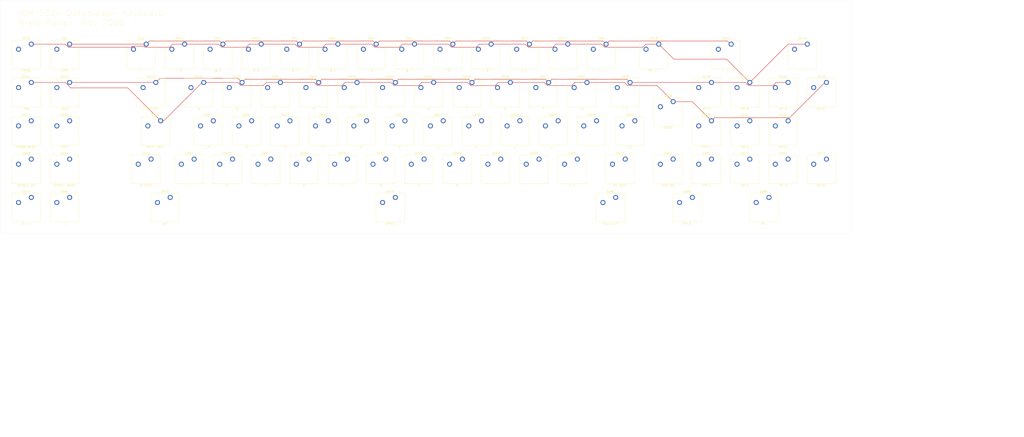
<source format=kicad_pcb>
(kicad_pcb (version 20241229) (generator "pcbnew") (generator_version "9.0")
  (title_block (title "IBM 5324 Datamaster Keyboard Replacement") (date "27/NOV/2025") (rev "WIP") (company "Brett Hallen") (comment 1 "www.youtube.com/@Brfff"))
  (layers (0 "F.Cu" signal) (2 "B.Cu" signal) (13 "F.Paste" user) (15 "B.Paste" user) (5 "F.SilkS" user "F.Silkscreen") (7 "B.SilkS" user "B.Silkscreen") (1 "F.Mask" user) (3 "B.Mask" user) (25 "Edge.Cuts" user))
  (net 0 "")
  (net 1 "Col_A")
  (net 2 "Row_1")
  (net 3 "Col_B")
  (net 4 "Col_C")
  (net 5 "Col_D")
  (net 6 "Col_E")
  (net 7 "Col_F")
  (net 8 "Col_G")
  (net 9 "Col_H")
  (net 10 "Row_2")
  (net 11 "Col_J")
  (net 12 "Col_I")
  (net 13 "Col_K")
  (net 14 "Row_3")
  (net 15 "Row_4")
  (net 16 "Row_5")
  (net 17 "Row_6")
  (footprint "PCM_Switch_Keyboard_Cherry_MX:SW_Cherry_MX_PCB" (layer "F.Cu") (at 358.47265 214.6302)
    (property "Reference" "SW37")
    (property "Value" "! ¢")
  )
  (footprint "PCM_Switch_Keyboard_Cherry_MX:SW_Cherry_MX_PCB" (layer "F.Cu") (at 82.24765 252.7302)
    (property "Reference" "SW58")
    (property "Value" "SCROLL UP")
  )
  (footprint "PCM_Switch_Keyboard_Cherry_MX:SW_Cherry_MX_PCB" (layer "F.Cu") (at 253.69765 195.5802)
    (property "Reference" "SW5")
    (property "Value" "^ 6")
  )
  (footprint "PCM_Switch_Keyboard_Cherry_MX:SW_Cherry_MX_PCB_2.00u_90deg" (layer "F.Cu") (at 401.34185 224.1558)
    (property "Reference" "SW38")
    (property "Value" "ENTER")
  )
  (footprint "PCM_Switch_Keyboard_Cherry_MX:SW_Cherry_MX_PCB" (layer "F.Cu") (at 172.73515 233.6802)
    (property "Reference" "SW44")
    (property "Value" "A")
  )
  (footprint "PCM_Switch_Keyboard_Cherry_MX:SW_Cherry_MX_PCB_1.75u" (layer "F.Cu") (at 430.16765 195.5802)
    (property "Reference" "SW15")
    (property "Value" "* +")
  )
  (footprint "PCM_Switch_Keyboard_Cherry_MX:SW_Cherry_MX_PCB" (layer "F.Cu") (at 196.54765 195.5802)
    (property "Reference" "SW12")
    (property "Value" "# 3")
  )
  (footprint "PCM_Switch_Keyboard_Cherry_MX:SW_Cherry_MX_PCB_1.75u" (layer "F.Cu") (at 146.54275 233.681)
    (property "Reference" "SW32")
    (property "Value" "SHIFT LOCK")
  )
  (footprint "PCM_Switch_Keyboard_Cherry_MX:SW_Cherry_MX_PCB" (layer "F.Cu") (at 310.84765 195.5802)
    (property "Reference" "SW16")
    (property "Value" "( 9")
  )
  (footprint "PCM_Switch_Keyboard_Cherry_MX:SW_Cherry_MX_PCB" (layer "F.Cu") (at 101.29765 233.6802)
    (property "Reference" "SW53")
    (property "Value" "TEST")
  )
  (footprint "PCM_Switch_Keyboard_Cherry_MX:SW_Cherry_MX_PCB" (layer "F.Cu") (at 377.52265 252.7302)
    (property "Reference" "SW70")
    (property "Value" "RH SHIFT")
  )
  (footprint "PCM_Switch_Keyboard_Cherry_MX:SW_Cherry_MX_PCB" (layer "F.Cu") (at 401.33515 252.7302)
    (property "Reference" "SW61")
    (property "Value" "NEWLINE")
  )
  (footprint "PCM_Switch_Keyboard_Cherry_MX:SW_Cherry_MX_PCB" (layer "F.Cu") (at 477.53515 214.6302)
    (property "Reference" "SW40")
    (property "Value" "FIELD-")
  )
  (footprint "PCM_Switch_Keyboard_Cherry_MX:SW_Cherry_MX_PCB" (layer "F.Cu") (at 339.42265 214.6302)
    (property "Reference" "SW27")
    (property "Value" "P")
  )
  (footprint "PCM_Switch_Keyboard_Cherry_MX:SW_Cherry_MX_PCB" (layer "F.Cu") (at 348.94765 195.5802)
    (property "Reference" "SW17")
    (property "Value" "_ -")
  )
  (footprint "PCM_Switch_Keyboard_Cherry_MX:SW_Cherry_MX_PCB_2.00u" (layer "F.Cu") (at 372.76625 271.7818)
    (property "Reference" "SW82")
    (property "Value" "FIELD EXIT")
  )
  (footprint "PCM_Switch_Keyboard_Cherry_MX:SW_Cherry_MX_PCB" (layer "F.Cu") (at 244.17265 214.6302)
    (property "Reference" "SW35")
    (property "Value" "T")
  )
  (footprint "PCM_Switch_Keyboard_Cherry_MX:SW_Cherry_MX_PCB" (layer "F.Cu") (at 287.03515 233.6802)
    (property "Reference" "SW47")
    (property "Value" "J")
  )
  (footprint "PCM_Switch_Keyboard_Cherry_MX:SW_Cherry_MX_PCB" (layer "F.Cu") (at 420.38515 233.6802)
    (property "Reference" "SW39")
    (property "Value" "NP 4")
  )
  (footprint "PCM_Switch_Keyboard_Cherry_MX:SW_Cherry_MX_PCB" (layer "F.Cu") (at 267.98515 233.6802)
    (property "Reference" "SW57")
    (property "Value" "H")
  )
  (footprint "PCM_Switch_Keyboard_Cherry_MX:SW_Cherry_MX_PCB" (layer "F.Cu") (at 182.26015 252.7302)
    (property "Reference" "SW76")
    (property "Value" "Z")
  )
  (footprint "PCM_Switch_Keyboard_Cherry_MX:SW_Cherry_MX_PCB" (layer "F.Cu") (at 420.38515 252.7302)
    (property "Reference" "SW62")
    (property "Value" "NP 1")
  )
  (footprint "PCM_Switch_Keyboard_Cherry_MX:SW_Cherry_MX_PCB" (layer "F.Cu") (at 215.59765 195.5802)
    (property "Reference" "SW4")
    (property "Value" "$ 4")
  )
  (footprint "PCM_Switch_Keyboard_Cherry_MX:SW_Cherry_MX_PCB" (layer "F.Cu") (at 177.49765 195.5802)
    (property "Reference" "SW3")
    (property "Value" "@ 2")
  )
  (footprint "PCM_Switch_Keyboard_Cherry_MX:SW_Cherry_MX_PCB_1.00u" (layer "F.Cu") (at 163.21185 252.7314)
    (property "Reference" "SW65")
    (property "Value" "> <")
  )
  (footprint "PCM_Switch_Keyboard_Cherry_MX:SW_Cherry_MX_PCB" (layer "F.Cu") (at 439.43515 214.6302)
    (property "Reference" "SW20")
    (property "Value" "NP 8")
  )
  (footprint "PCM_Switch_Keyboard_Cherry_MX:SW_Cherry_MX_PCB_2.25u" (layer "F.Cu") (at 151.30535 271.7818)
    (property "Reference" "SW75")
    (property "Value" "ALT")
  )
  (footprint "PCM_Switch_Keyboard_Cherry_MX:SW_Cherry_MX_PCB" (layer "F.Cu") (at 225.12265 214.6302)
    (property "Reference" "SW24")
    (property "Value" "R")
  )
  (footprint "PCM_Switch_Keyboard_Cherry_MX:SW_Cherry_MX_PCB" (layer "F.Cu") (at 248.93515 233.6802)
    (property "Reference" "SW46")
    (property "Value" "G")
  )
  (footprint "PCM_Switch_Keyboard_Cherry_MX:SW_Cherry_MX_PCB" (layer "F.Cu") (at 263.22265 214.6302)
    (property "Reference" "SW25")
    (property "Value" "Y")
  )
  (footprint "PCM_Switch_Keyboard_Cherry_MX:SW_Cherry_MX_PCB_1.50u" (layer "F.Cu") (at 144.16145 214.6306)
    (property "Reference" "SW22")
    (property "Value" "FIELD ADV")
  )
  (footprint "PCM_Switch_Keyboard_Cherry_MX:SW_Cherry_MX_PCB" (layer "F.Cu") (at 101.29765 252.7302)
    (property "Reference" "SW54")
    (property "Value" "SCROLL DOWN")
  )
  (footprint "PCM_Switch_Keyboard_Cherry_MX:SW_Cherry_MX_PCB" (layer "F.Cu") (at 458.48515 252.7302)
    (property "Reference" "SW63")
    (property "Value" "NP 3")
  )
  (footprint "PCM_Switch_Keyboard_Cherry_MX:SW_Cherry_MX_PCB" (layer "F.Cu") (at 82.24765 271.7802)
    (property "Reference" "SW74")
    (property "Value" "LH <-")
  )
  (footprint "PCM_Switch_Keyboard_Cherry_MX:SW_Cherry_MX_PCB" (layer "F.Cu") (at 82.24765 233.6802)
    (property "Reference" "SW42")
    (property "Value" "ERROR RESET")
  )
  (footprint "PCM_Switch_Keyboard_Cherry_MX:SW_Cherry_MX_PCB" (layer "F.Cu") (at 363.23515 233.6802)
    (property "Reference" "SW49")
    (property "Value" "\" '")
  )
  (footprint "PCM_Switch_Keyboard_Cherry_MX:SW_Cherry_MX_PCB" (layer "F.Cu") (at 353.71015 252.7302)
    (property "Reference" "SW81")
    (property "Value" "? /")
  )
  (footprint "PCM_Switch_Keyboard_Cherry_MX:SW_Cherry_MX_PCB" (layer "F.Cu") (at 82.24765 195.5802)
    (property "Reference" "SW10")
    (property "Value" "ERASE")
  )
  (footprint "PCM_Switch_Keyboard_Cherry_MX:SW_Cherry_MX_PCB" (layer "F.Cu") (at 458.48515 214.6302)
    (property "Reference" "SW30")
    (property "Value" "NP 9")
  )
  (footprint "PCM_Switch_Keyboard_Cherry_MX:SW_Cherry_MX_PCB" (layer "F.Cu") (at 101.29765 271.7802)
    (property "Reference" "SW64")
    (property "Value" "->")
  )
  (footprint "PCM_Switch_Keyboard_Cherry_MX:SW_Cherry_MX_PCB" (layer "F.Cu") (at 334.66015 252.7302)
    (property "Reference" "SW69")
    (property "Value" ". .")
  )
  (footprint "PCM_Switch_Keyboard_Cherry_MX:SW_Cherry_MX_PCB" (layer "F.Cu") (at 367.99765 195.5802)
    (property "Reference" "SW8")
    (property "Value" "+ =")
  )
  (footprint "PCM_Switch_Keyboard_Cherry_MX:SW_Cherry_MX_PCB" (layer "F.Cu") (at 306.08515 233.6802)
    (property "Reference" "SW59")
    (property "Value" "K")
  )
  (footprint "PCM_Switch_Keyboard_Cherry_MX:SW_Cherry_MX_PCB" (layer "F.Cu") (at 315.61015 252.7302)
    (property "Reference" "SW80")
    (property "Value" ", ,")
  )
  (footprint "PCM_Switch_Keyboard_Cherry_MX:SW_Cherry_MX_PCB_3.00u_90deg" (layer "F.Cu") (at 477.54345 252.7314)
    (property "Reference" "SW72")
    (property "Value" "FIELD+")
  )
  (footprint "PCM_Switch_Keyboard_Cherry_MX:SW_Cherry_MX_PCB" (layer "F.Cu") (at 239.41015 252.7302)
    (property "Reference" "SW78")
    (property "Value" "V")
  )
  (footprint "PCM_Switch_Keyboard_Cherry_MX:SW_Cherry_MX_PCB" (layer "F.Cu") (at 296.56015 252.7302)
    (property "Reference" "SW68")
    (property "Value" "M")
  )
  (footprint "PCM_Switch_Keyboard_Cherry_MX:SW_Cherry_MX_PCB" (layer "F.Cu") (at 379.91015 214.6306)
    (property "Reference" "SW28")
    (property "Value" "| \\")
  )
  (footprint "PCM_Switch_Keyboard_Cherry_MX:SW_Cherry_MX_PCB" (layer "F.Cu") (at 439.43515 252.7302)
    (property "Reference" "SW71")
    (property "Value" "NP 2")
  )
  (footprint "PCM_Switch_Keyboard_Cherry_MX:SW_Cherry_MX_PCB_2.00u" (layer "F.Cu") (at 410.86705 271.7818)
    (property "Reference" "SW83")
    (property "Value" "NP 0")
  )
  (footprint "PCM_Switch_Keyboard_Cherry_MX:SW_Cherry_MX_PCB" (layer "F.Cu") (at 82.24765 214.6302)
    (property "Reference" "SW31")
    (property "Value" "INQ")
  )
  (footprint "PCM_Switch_Keyboard_Cherry_MX:SW_Cherry_MX_PCB" (layer "F.Cu") (at 277.51015 252.7302)
    (property "Reference" "SW73")
    (property "Value" "N")
  )
  (footprint "PCM_Switch_Keyboard_Cherry_MX:SW_Cherry_MX_PCB" (layer "F.Cu") (at 206.07265 214.6302)
    (property "Reference" "SW34")
    (property "Value" "E")
  )
  (footprint "PCM_Switch_Keyboard_Cherry_MX:SW_Cherry_MX_PCB" (layer "F.Cu") (at 263.22645 271.7818)
    (property "Reference" "SW79")
    (property "Value" "SPACE")
  )
  (footprint "PCM_Switch_Keyboard_Cherry_MX:SW_Cherry_MX_PCB" (layer "F.Cu") (at 301.32265 214.6302)
    (property "Reference" "SW26")
    (property "Value" "I")
  )
  (footprint "PCM_Switch_Keyboard_Cherry_MX:SW_Cherry_MX_PCB" (layer "F.Cu") (at 344.18515 233.6802)
    (property "Reference" "SW60")
    (property "Value" ": ;")
  )
  (footprint "PCM_Switch_Keyboard_Cherry_MX:SW_Cherry_MX_PCB" (layer "F.Cu") (at 187.02265 214.6302)
    (property "Reference" "SW23")
    (property "Value" "W")
  )
  (footprint "PCM_Switch_Keyboard_Cherry_MX:SW_Cherry_MX_PCB" (layer "F.Cu") (at 139.39765 195.5802)
    (property "Reference" "SW2")
    (property "Value" "~ `")
  )
  (footprint "PCM_Switch_Keyboard_Cherry_MX:SW_Cherry_MX_PCB" (layer "F.Cu") (at 258.46015 252.7302)
    (property "Reference" "SW67")
    (property "Value" "B")
  )
  (footprint "PCM_Switch_Keyboard_Cherry_MX:SW_Cherry_MX_PCB" (layer "F.Cu") (at 158.44765 195.5802)
    (property "Reference" "SW11")
    (property "Value" "| 1")
  )
  (footprint "PCM_Switch_Keyboard_Cherry_MX:SW_Cherry_MX_PCB" (layer "F.Cu") (at 420.38515 214.6302)
    (property "Reference" "SW29")
    (property "Value" "NP 7")
  )
  (footprint "PCM_Switch_Keyboard_Cherry_MX:SW_Cherry_MX_PCB_2.00u" (layer "F.Cu") (at 448.96785 271.7818)
    (property "Reference" "SW84")
    (property "Value" "NP .")
  )
  (footprint "PCM_Mounting_Keyboard_Stabilizer:Stabilizer_Cherry_MX_8.00u" (layer "F.Cu") (at 263.22645 271.7818)
    (property "Reference" "KB1" (hide yes))
    (property "Value" "SPACE" (hide yes))
  )
  (footprint "PCM_Switch_Keyboard_Cherry_MX:SW_Cherry_MX_PCB" (layer "F.Cu") (at 325.13515 233.6802)
    (property "Reference" "SW48")
    (property "Value" "L")
  )
  (footprint "PCM_Switch_Keyboard_Cherry_MX:SW_Cherry_MX_PCB" (layer "F.Cu") (at 101.29765 214.6302)
    (property "Reference" "SW21")
    (property "Value" "HOLD")
  )
  (footprint "PCM_Switch_Keyboard_Cherry_MX:SW_Cherry_MX_PCB" (layer "F.Cu") (at 201.31015 252.7302)
    (property "Reference" "SW77")
    (property "Value" "X")
  )
  (footprint "PCM_Switch_Keyboard_Cherry_MX:SW_Cherry_MX_PCB" (layer "F.Cu") (at 382.28515 233.6802)
    (property "Reference" "SW50")
    (property "Value" "} {")
  )
  (footprint "PCM_Switch_Keyboard_Cherry_MX:SW_Cherry_MX_PCB" (layer "F.Cu") (at 210.83515 233.6802)
    (property "Reference" "SW45")
    (property "Value" "D")
  )
  (footprint "PCM_Switch_Keyboard_Cherry_MX:SW_Cherry_MX_PCB" (layer "F.Cu") (at 167.97265 214.6302)
    (property "Reference" "SW33")
    (property "Value" "Q")
  )
  (footprint "PCM_Switch_Keyboard_Cherry_MX:SW_Cherry_MX_PCB" (layer "F.Cu") (at 394.19795 195.5802)
    (property "Reference" "SW18")
    (property "Value" "RH <-")
  )
  (footprint "PCM_Mounting_Keyboard_Stabilizer:Stabilizer_Cherry_MX_3.00u" (layer "F.Cu") (at 477.54345 252.7314 90)
    (property "Reference" "KB2" (hide yes))
    (property "Value" "FIELD+" (hide yes))
  )
  (footprint "PCM_Switch_Keyboard_Cherry_MX:SW_Cherry_MX_PCB" (layer "F.Cu") (at 234.64765 195.5802)
    (property "Reference" "SW13")
    (property "Value" "% 5")
  )
  (footprint "PCM_Switch_Keyboard_Cherry_MX:SW_Cherry_MX_PCB" (layer "F.Cu") (at 458.48515 233.6802)
    (property "Reference" "SW52")
    (property "Value" "NP 6")
  )
  (footprint "PCM_Switch_Keyboard_Cherry_MX:SW_Cherry_MX_PCB" (layer "F.Cu") (at 272.74765 195.5802)
    (property "Reference" "SW14")
    (property "Value" "& 7")
  )
  (footprint "PCM_Switch_Keyboard_Cherry_MX:SW_Cherry_MX_PCB" (layer "F.Cu") (at 320.37265 214.6302)
    (property "Reference" "SW36")
    (property "Value" "O")
  )
  (footprint "PCM_Switch_Keyboard_Cherry_MX:SW_Cherry_MX_PCB_1.75u" (layer "F.Cu") (at 468.01825 195.5802)
    (property "Reference" "SW19")
    (property "Value" "/ -")
  )
  (footprint "PCM_Switch_Keyboard_Cherry_MX:SW_Cherry_MX_PCB_1.25u" (layer "F.Cu") (at 141.78015 252.7314)
    (property "Reference" "SW43")
    (property "Value" "LH SHIFT")
  )
  (footprint "PCM_Switch_Keyboard_Cherry_MX:SW_Cherry_MX_PCB" (layer "F.Cu") (at 329.89765 195.5802)
    (property "Reference" "SW7")
    (property "Value" ") 0")
  )
  (footprint "PCM_Switch_Keyboard_Cherry_MX:SW_Cherry_MX_PCB" (layer "F.Cu") (at 439.43515 233.6802)
    (property "Reference" "SW51")
    (property "Value" "NP 5")
  )
  (footprint "PCM_Switch_Keyboard_Cherry_MX:SW_Cherry_MX_PCB" (layer "F.Cu") (at 282.27265 214.6302)
    (property "Reference" "SW41")
    (property "Value" "U")
  )
  (footprint "PCM_Switch_Keyboard_Cherry_MX:SW_Cherry_MX_PCB" (layer "F.Cu") (at 229.88515 233.6802)
    (property "Reference" "SW56")
    (property "Value" "F")
  )
  (footprint "PCM_Switch_Keyboard_Cherry_MX:SW_Cherry_MX_PCB" (layer "F.Cu") (at 191.78515 233.6802)
    (property "Reference" "SW55")
    (property "Value" "S")
  )
  (footprint "PCM_Switch_Keyboard_Cherry_MX:SW_Cherry_MX_PCB" (layer "F.Cu") (at 291.79765 195.5802)
    (property "Reference" "SW6")
    (property "Value" "* 8")
  )
  (footprint "PCM_Switch_Keyboard_Cherry_MX:SW_Cherry_MX_PCB" (layer "F.Cu") (at 220.36015 252.7302)
    (property "Reference" "SW66")
    (property "Value" "C")
  )
  (footprint "PCM_Switch_Keyboard_Cherry_MX:SW_Cherry_MX_PCB" (layer "F.Cu") (at 101.29765 195.5802)
    (property "Reference" "SW1")
    (property "Value" "CMD")
  )
  (gr_line (start 492.24765 170.5802) (end 492.24765 282.5802) (stroke (width 0.05)) (layer "Edge.Cuts"))
  (gr_arc (start 69.24765 170.5802) (mid 69.833439 169.166004) (end 71.24765 168.5802) (stroke (width 0.05)) (layer "Edge.Cuts"))
  (gr_line (start 71.24765 168.5802) (end 490.24765 168.5802) (stroke (width 0.05)) (layer "Edge.Cuts"))
  (gr_line (start 69.24765 282.5802) (end 69.24765 170.5802) (stroke (width 0.05)) (layer "Edge.Cuts"))
  (gr_arc (start 492.24765 282.5802) (mid 491.661864 283.994414) (end 490.24765 284.5802) (stroke (width 0.05)) (layer "Edge.Cuts"))
  (gr_line (start 490.24765 284.5802) (end 71.24765 284.5802) (stroke (width 0.05)) (layer "Edge.Cuts"))
  (gr_arc (start 71.24765 284.5802) (mid 69.833436 283.994414) (end 69.24765 282.5802) (stroke (width 0.05)) (layer "Edge.Cuts"))
  (gr_arc (start 490.24765 168.5802) (mid 491.661864 169.165986) (end 492.24765 170.5802) (stroke (width 0.05)) (layer "Edge.Cuts"))
  (gr_text "IBM 5324 Datamaster Keyboard\nBrett Hallen, Nov 2025" (at 78.24765 181.5802 0) (layer "F.SilkS") (effects (font (size 3 3) (thickness 0.1)) (justify left bottom)))
  (segment (start 219.68865 188.9492) (end 254.68665 188.9492) (width 0.2) (layer "F.Cu") (net 2))
  (segment (start 254.68665 188.9492) (end 256.23765 190.5002) (width 0.2) (layer "F.Cu") (net 2))
  (segment (start 370.53765 190.5002) (end 372.08865 188.9492) (width 0.2) (layer "F.Cu") (net 2))
  (segment (start 216.58665 188.9492) (end 218.13765 190.5002) (width 0.2) (layer "F.Cu") (net 2))
  (segment (start 330.88665 188.9492) (end 332.43765 190.5002) (width 0.2) (layer "F.Cu") (net 2))
  (segment (start 332.43765 190.5002) (end 333.98865 188.9492) (width 0.2) (layer "F.Cu") (net 2))
  (segment (start 292.78665 188.9492) (end 294.33765 190.5002) (width 0.2) (layer "F.Cu") (net 2))
  (segment (start 368.98665 188.9492) (end 370.53765 190.5002) (width 0.2) (layer "F.Cu") (net 2))
  (segment (start 256.23765 190.5002) (end 257.78865 188.9492) (width 0.2) (layer "F.Cu") (net 2))
  (segment (start 295.88865 188.9492) (end 330.88665 188.9492) (width 0.2) (layer "F.Cu") (net 2))
  (segment (start 143.48865 188.9492) (end 178.48665 188.9492) (width 0.2) (layer "F.Cu") (net 2))
  (segment (start 141.93765 190.5002) (end 143.48865 188.9492) (width 0.2) (layer "F.Cu") (net 2))
  (segment (start 180.03765 190.5002) (end 181.58865 188.9492) (width 0.2) (layer "F.Cu") (net 2))
  (segment (start 430.89915 188.9492) (end 432.45015 190.5002) (width 0.2) (layer "F.Cu") (net 2))
  (segment (start 333.98865 188.9492) (end 368.98665 188.9492) (width 0.2) (layer "F.Cu") (net 2))
  (segment (start 103.83765 190.5002) (end 141.93765 190.5002) (width 0.2) (layer "F.Cu") (net 2))
  (segment (start 181.58865 188.9492) (end 216.58665 188.9492) (width 0.2) (layer "F.Cu") (net 2))
  (segment (start 372.08865 188.9492) (end 430.89915 188.9492) (width 0.2) (layer "F.Cu") (net 2))
  (segment (start 257.78865 188.9492) (end 292.78665 188.9492) (width 0.2) (layer "F.Cu") (net 2))
  (segment (start 218.13765 190.5002) (end 219.68865 188.9492) (width 0.2) (layer "F.Cu") (net 2))
  (segment (start 294.33765 190.5002) (end 295.88865 188.9492) (width 0.2) (layer "F.Cu") (net 2))
  (segment (start 178.48665 188.9492) (end 180.03765 190.5002) (width 0.2) (layer "F.Cu") (net 2))
  (segment (start 267.733204 192.0512) (end 269.284204 190.5002) (width 0.2) (layer "F.Cu") (net 10))
  (segment (start 141.295204 192.0512) (end 153.433204 192.0512) (width 0.2) (layer "F.Cu") (net 10))
  (segment (start 369.895204 192.0512) (end 388.77665 192.0512) (width 0.2) (layer "F.Cu") (net 10))
  (segment (start 404.16895 197.9312) (end 430.35615 197.9312) (width 0.2) (layer "F.Cu") (net 10))
  (segment (start 269.284204 190.5002) (end 275.28765 190.5002) (width 0.2) (layer "F.Cu") (net 10))
  (segment (start 179.395204 192.0512) (end 191.533204 192.0512) (width 0.2) (layer "F.Cu") (net 10))
  (segment (start 307.384204 190.5002) (end 313.38765 190.5002) (width 0.2) (layer "F.Cu") (net 10))
  (segment (start 275.28765 190.5002) (end 292.144204 190.5002) (width 0.2) (layer "F.Cu") (net 10))
  (segment (start 154.984204 190.5002) (end 160.98765 190.5002) (width 0.2) (layer "F.Cu") (net 10))
  (segment (start 441.97515 209.5502) (end 461.02515 190.5002) (width 0.2) (layer "F.Cu") (net 10))
  (segment (start 461.02515 190.5002) (end 470.55825 190.5002) (width 0.2) (layer "F.Cu") (net 10))
  (segment (start 390.32765 190.5002) (end 396.73795 190.5002) (width 0.2) (layer "F.Cu") (net 10))
  (segment (start 345.484204 190.5002) (end 351.48765 190.5002) (width 0.2) (layer "F.Cu") (net 10))
  (segment (start 305.833204 192.0512) (end 307.384204 190.5002) (width 0.2) (layer "F.Cu") (net 10))
  (segment (start 193.084204 190.5002) (end 199.08765 190.5002) (width 0.2) (layer "F.Cu") (net 10))
  (segment (start 231.184204 190.5002) (end 237.18765 190.5002) (width 0.2) (layer "F.Cu") (net 10))
  (segment (start 134.383204 192.0512) (end 134.945204 191.4892) (width 0.2) (layer "F.Cu") (net 10))
  (segment (start 217.495204 192.0512) (end 229.633204 192.0512) (width 0.2) (layer "F.Cu") (net 10))
  (segment (start 255.595204 192.0512) (end 267.733204 192.0512) (width 0.2) (layer "F.Cu") (net 10))
  (segment (start 254.044204 190.5002) (end 255.595204 192.0512) (width 0.2) (layer "F.Cu") (net 10))
  (segment (start 177.844204 190.5002) (end 179.395204 192.0512) (width 0.2) (layer "F.Cu") (net 10))
  (segment (start 153.433204 192.0512) (end 154.984204 190.5002) (width 0.2) (layer "F.Cu") (net 10))
  (segment (start 101.644204 190.5002) (end 103.195204 192.0512) (width 0.2) (layer "F.Cu") (net 10))
  (segment (start 388.77665 192.0512) (end 390.32765 190.5002) (width 0.2) (layer "F.Cu") (net 10))
  (segment (start 229.633204 192.0512) (end 231.184204 190.5002) (width 0.2) (layer "F.Cu") (net 10))
  (segment (start 292.144204 190.5002) (end 293.695204 192.0512) (width 0.2) (layer "F.Cu") (net 10))
  (segment (start 199.08765 190.5002) (end 215.944204 190.5002) (width 0.2) (layer "F.Cu") (net 10))
  (segment (start 368.344204 190.5002) (end 369.895204 192.0512) (width 0.2) (layer "F.Cu") (net 10))
  (segment (start 343.933204 192.0512) (end 345.484204 190.5002) (width 0.2) (layer "F.Cu") (net 10))
  (segment (start 191.533204 192.0512) (end 193.084204 190.5002) (width 0.2) (layer "F.Cu") (net 10))
  (segment (start 140.733204 191.4892) (end 141.295204 192.0512) (width 0.2) (layer "F.Cu") (net 10))
  (segment (start 215.944204 190.5002) (end 217.495204 192.0512) (width 0.2) (layer "F.Cu") (net 10))
  (segment (start 237.18765 190.5002) (end 254.044204 190.5002) (width 0.2) (layer "F.Cu") (net 10))
  (segment (start 396.73795 190.5002) (end 404.16895 197.9312) (width 0.2) (layer "F.Cu") (net 10))
  (segment (start 351.48765 190.5002) (end 368.344204 190.5002) (width 0.2) (layer "F.Cu") (net 10))
  (segment (start 313.38765 190.5002) (end 330.244204 190.5002) (width 0.2) (layer "F.Cu") (net 10))
  (segment (start 293.695204 192.0512) (end 305.833204 192.0512) (width 0.2) (layer "F.Cu") (net 10))
  (segment (start 84.78765 190.5002) (end 101.644204 190.5002) (width 0.2) (layer "F.Cu") (net 10))
  (segment (start 134.945204 191.4892) (end 140.733204 191.4892) (width 0.2) (layer "F.Cu") (net 10))
  (segment (start 160.98765 190.5002) (end 177.844204 190.5002) (width 0.2) (layer "F.Cu") (net 10))
  (segment (start 103.195204 192.0512) (end 134.383204 192.0512) (width 0.2) (layer "F.Cu") (net 10))
  (segment (start 331.795204 192.0512) (end 343.933204 192.0512) (width 0.2) (layer "F.Cu") (net 10))
  (segment (start 330.244204 190.5002) (end 331.795204 192.0512) (width 0.2) (layer "F.Cu") (net 10))
  (segment (start 430.35615 197.9312) (end 441.97515 209.5502) (width 0.2) (layer "F.Cu") (net 10))
  (segment (start 343.51365 207.9992) (end 380.89875 207.9992) (width 0.2) (layer "F.Cu") (net 14))
  (segment (start 422.92475 209.5506) (end 422.92515 209.5502) (width 0.2) (layer "F.Cu") (net 14))
  (segment (start 229.21365 207.9992) (end 264.21165 207.9992) (width 0.2) (layer "F.Cu") (net 14))
  (segment (start 453.470704 211.1012) (end 455.021704 209.5502) (width 0.2) (layer "F.Cu") (net 14))
  (segment (start 422.92515 209.5502) (end 439.781704 209.5502) (width 0.2) (layer "F.Cu") (net 14))
  (segment (start 380.89875 207.9992) (end 382.45015 209.5506) (width 0.2) (layer "F.Cu") (net 14))
  (segment (start 341.96265 209.5502) (end 343.51365 207.9992) (width 0.2) (layer "F.Cu") (net 14))
  (segment (start 441.332704 211.1012) (end 453.470704 211.1012) (width 0.2) (layer "F.Cu") (net 14))
  (segment (start 187.49915 207.4867) (end 189.56265 209.5502) (width 0.2) (layer "F.Cu") (net 14))
  (segment (start 189.56265 209.5502) (end 191.11365 207.9992) (width 0.2) (layer "F.Cu") (net 14))
  (segment (start 340.41165 207.9992) (end 341.96265 209.5502) (width 0.2) (layer "F.Cu") (net 14))
  (segment (start 226.11165 207.9992) (end 227.66265 209.5502) (width 0.2) (layer "F.Cu") (net 14))
  (segment (start 455.021704 209.5502) (end 461.02515 209.5502) (width 0.2) (layer "F.Cu") (net 14))
  (segment (start 305.41365 207.9992) (end 340.41165 207.9992) (width 0.2) (layer "F.Cu") (net 14))
  (segment (start 148.76535 207.4867) (end 187.49915 207.4867) (width 0.2) (layer "F.Cu") (net 14))
  (segment (start 439.781704 209.5502) (end 441.332704 211.1012) (width 0.2) (layer "F.Cu") (net 14))
  (segment (start 103.83765 209.5502) (end 146.70105 209.5502) (width 0.2) (layer "F.Cu") (net 14))
  (segment (start 302.31165 207.9992) (end 303.86265 209.5502) (width 0.2) (layer "F.Cu") (net 14))
  (segment (start 267.31365 207.9992) (end 302.31165 207.9992) (width 0.2) (layer "F.Cu") (net 14))
  (segment (start 303.86265 209.5502) (end 305.41365 207.9992) (width 0.2) (layer "F.Cu") (net 14))
  (segment (start 264.21165 207.9992) (end 265.76265 209.5502) (width 0.2) (layer "F.Cu") (net 14))
  (segment (start 191.11365 207.9992) (end 226.11165 207.9992) (width 0.2) (layer "F.Cu") (net 14))
  (segment (start 382.45015 209.5506) (end 422.92475 209.5506) (width 0.2) (layer "F.Cu") (net 14))
  (segment (start 146.70105 209.5502) (end 146.70145 209.5506) (width 0.2) (layer "F.Cu") (net 14))
  (segment (start 146.70145 209.5506) (end 148.76535 207.4867) (width 0.2) (layer "F.Cu") (net 14))
  (segment (start 265.76265 209.5502) (end 267.31365 207.9992) (width 0.2) (layer "F.Cu") (net 14))
  (segment (start 227.66265 209.5502) (end 229.21365 207.9992) (width 0.2) (layer "F.Cu") (net 14))
  (segment (start 187.369204 209.5502) (end 188.920204 211.1012) (width 0.2) (layer "F.Cu") (net 15))
  (segment (start 132.73105 212.2493) (end 149.08275 228.601) (width 0.2) (layer "F.Cu") (net 15))
  (segment (start 263.569204 209.5502) (end 265.120204 211.1012) (width 0.2) (layer "F.Cu") (net 15))
  (segment (start 277.258204 211.1012) (end 278.809204 209.5502) (width 0.2) (layer "F.Cu") (net 15))
  (segment (start 316.909204 209.5502) (end 322.91265 209.5502) (width 0.2) (layer "F.Cu") (net 15))
  (segment (start 403.88185 219.0758) (end 413.40075 219.0758) (width 0.2) (layer "F.Cu") (net 15))
  (segment (start 413.40075 219.0758) (end 422.92515 228.6002) (width 0.2) (layer "F.Cu") (net 15))
  (segment (start 424.47615 227.0492) (end 461.791334 227.0492) (width 0.2) (layer "F.Cu") (net 15))
  (segment (start 322.91265 209.5502) (end 339.769204 209.5502) (width 0.2) (layer "F.Cu") (net 15))
  (segment (start 246.71265 209.5502) (end 263.569204 209.5502) (width 0.2) (layer "F.Cu") (net 15))
  (segment (start 240.709204 209.5502) (end 246.71265 209.5502) (width 0.2) (layer "F.Cu") (net 15))
  (segment (start 278.809204 209.5502) (end 284.81265 209.5502) (width 0.2) (layer "F.Cu") (net 15))
  (segment (start 353.458204 211.1012) (end 355.009204 209.5502) (width 0.2) (layer "F.Cu") (net 15))
  (segment (start 284.81265 209.5502) (end 301.669204 209.5502) (width 0.2) (layer "F.Cu") (net 15))
  (segment (start 265.120204 211.1012) (end 277.258204 211.1012) (width 0.2) (layer "F.Cu") (net 15))
  (segment (start 227.020204 211.1012) (end 239.158204 211.1012) (width 0.2) (layer "F.Cu") (net 15))
  (segment (start 301.669204 209.5502) (end 303.220204 211.1012) (width 0.2) (layer "F.Cu") (net 15))
  (segment (start 315.358204 211.1012) (end 316.909204 209.5502) (width 0.2) (layer "F.Cu") (net 15))
  (segment (start 188.920204 211.1012) (end 200.07945 211.1012) (width 0.2) (layer "F.Cu") (net 15))
  (segment (start 341.320204 211.1012) (end 353.458204 211.1012) (width 0.2) (layer "F.Cu") (net 15))
  (segment (start 150.677034 228.601) (end 169.727834 209.5502) (width 0.2) (layer "F.Cu") (net 15))
  (segment (start 355.009204 209.5502) (end 361.01265 209.5502) (width 0.2) (layer "F.Cu") (net 15))
  (segment (start 225.469204 209.5502) (end 227.020204 211.1012) (width 0.2) (layer "F.Cu") (net 15))
  (segment (start 461.791334 227.0492) (end 479.290334 209.5502) (width 0.2) (layer "F.Cu") (net 15))
  (segment (start 170.51265 209.5502) (end 187.369204 209.5502) (width 0.2) (layer "F.Cu") (net 15))
  (segment (start 303.220204 211.1012) (end 315.358204 211.1012) (width 0.2) (layer "F.Cu") (net 15))
  (segment (start 339.769204 209.5502) (end 341.320204 211.1012) (width 0.2) (layer "F.Cu") (net 15))
  (segment (start 422.92515 228.6002) (end 424.47615 227.0492) (width 0.2) (layer "F.Cu") (net 15))
  (segment (start 395.90765 211.1016) (end 403.88185 219.0758) (width 0.2) (layer "F.Cu") (net 15))
  (segment (start 479.290334 209.5502) (end 480.07515 209.5502) (width 0.2) (layer "F.Cu") (net 15))
  (segment (start 104.343304 212.2493) (end 132.73105 212.2493) (width 0.2) (layer "F.Cu") (net 15))
  (segment (start 101.644204 209.5502) (end 104.343304 212.2493) (width 0.2) (layer "F.Cu") (net 15))
  (segment (start 379.59235 209.5502) (end 381.14375 211.1016) (width 0.2) (layer "F.Cu") (net 15))
  (segment (start 84.78765 209.5502) (end 101.644204 209.5502) (width 0.2) (layer "F.Cu") (net 15))
  (segment (start 149.08275 228.601) (end 150.677034 228.601) (width 0.2) (layer "F.Cu") (net 15))
  (segment (start 208.61265 209.5502) (end 225.469204 209.5502) (width 0.2) (layer "F.Cu") (net 15))
  (segment (start 201.63045 209.5502) (end 208.61265 209.5502) (width 0.2) (layer "F.Cu") (net 15))
  (segment (start 169.727834 209.5502) (end 170.51265 209.5502) (width 0.2) (layer "F.Cu") (net 15))
  (segment (start 200.07945 211.1012) (end 201.63045 209.5502) (width 0.2) (layer "F.Cu") (net 15))
  (segment (start 239.158204 211.1012) (end 240.709204 209.5502) (width 0.2) (layer "F.Cu") (net 15))
  (segment (start 361.01265 209.5502) (end 379.59235 209.5502) (width 0.2) (layer "F.Cu") (net 15))
  (segment (start 381.14375 211.1016) (end 395.90765 211.1016) (width 0.2) (layer "F.Cu") (net 15))
)
</source>
